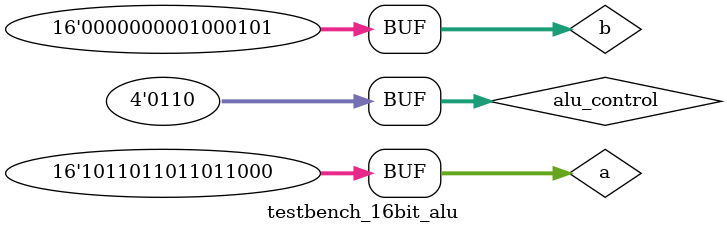
<source format=v>
`timescale 1ns / 1ps


module testbench_16bit_alu(

    );
    reg [15:0] a;
    reg [15:0] b;
    reg [3:0] alu_control;
    wire overflow;
    wire zero;
    wire [15:0] result;
        
    sixteen_bit_alu sixteen_bit_alu(
        .a(a),
        .b(b),
        .alu_ctrl(alu_control),
        .overflow(overflow),
        .zero(zero),
        .result(result)
        );
     
     initial
     begin
        
        // subtraction
        // subtacting positive
        a = 100;
        b = 96;
        alu_control = 4'b0000;
        #10
        // subtraction negative
        a = 95;
        b = 97;
        #10
        a = -95;
        b = -97;
        #10
        // subtraction overflow;
        a = 16'b1000000000000000;
        b = 1;
        #10
        
        
        // addition
        // adding positive
        a = 100;
        b = 96;
        alu_control = 4'b0001;
        #10
        // adding two negative
        a = -95;
        b = -97;
        #10
        // adding negative and positive
        a = -95;
        b = 97;
        #10
        // addition overflow;
        a = 16'b0111111111111111;
        b = 1;
        #10
        
        // bitwise or
        a = 16'b1010101010101010;
        b = 16'b0101010101010101;
        alu_control = 4'b0010;
        #10
        a = 1;
        b = 1;
        #10
        a = 0;
        b = 0;
        #10
        
        // bitwise and
        a = 16'b1010101010101010;
        b = 16'b0101010101010101;
        alu_control = 4'b0011;
        #10
        a = 1;
        b = 1;
        #10
        a = 0;
        b = 0;
        #10
        
        // decrement
        // positive
        a = 100;
        b = 69;
        alu_control = 4'b0100;
        #10
        // negative
        a = -100;
        #10
        // overflow
        a = 16'b1000000000000000;
        #10
        
        // increment
        // positive
        a = 100;
        b = 69;
        alu_control = 4'b0101;
        #10
        // negative
        a = -100;
        #10
        // overflow
        a = 16'b0111111111111111;
        #10
        
        // invert
        a = 16'b1111111111111111;
        b = 69;
        alu_control = 4'b0110;
        #10
        a = 16'b0000000000000000;
        #10
        a = 16'b1011011011011000;
        
        
        
        /*
         a = 16'b1;
         b = 16'b1;
         alu_control = 4'b1001;
         #10
         a = 16'b111;
         b = 16'b100;
         alu_control = 4'b1001;
         #10;        
        */
     end
endmodule

</source>
